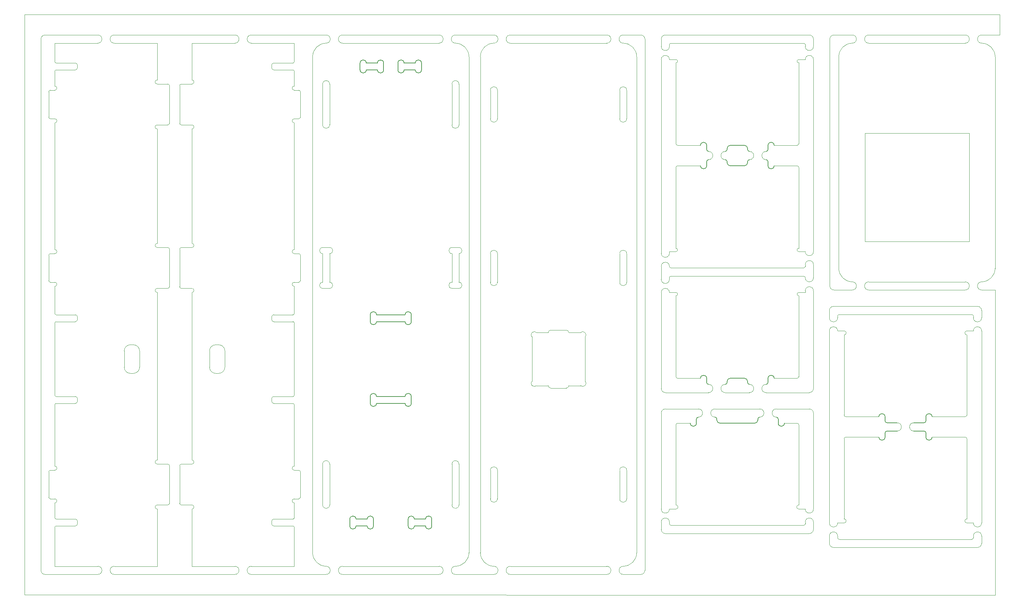
<source format=gm1>
G04 #@! TF.GenerationSoftware,KiCad,Pcbnew,(6.0.0-rc1-dev-509-gcac7479)*
G04 #@! TF.CreationDate,2018-10-23T14:14:01+08:00*
G04 #@! TF.ProjectId,DI-Lambda-UNO-Panelized-v1.7,44492D4C616D6264612D554E4F2D5061,rev?*
G04 #@! TF.SameCoordinates,Original*
G04 #@! TF.FileFunction,Profile,NP*
%FSLAX46Y46*%
G04 Gerber Fmt 4.6, Leading zero omitted, Abs format (unit mm)*
G04 Created by KiCad (PCBNEW (6.0.0-rc1-dev-509-gcac7479)) date Tue Oct 23 14:14:01 2018*
%MOMM*%
%LPD*%
G01*
G04 APERTURE LIST*
%ADD10C,0.100000*%
G04 #@! TA.AperFunction,NonConductor*
%ADD11C,0.150000*%
G04 #@! TD*
G04 #@! TA.AperFunction,NonConductor*
%ADD12C,0.100000*%
G04 #@! TD*
G04 APERTURE END LIST*
D10*
X239900000Y-130900000D02*
G75*
G02X239900000Y-132900000I0J-1000000D01*
G01*
X243900000Y-132900000D02*
G75*
G02X243900000Y-130900000I0J1000000D01*
G01*
X260500000Y-160400000D02*
G75*
G02X259500000Y-161400000I-1000000J0D01*
G01*
X224300000Y-161400000D02*
G75*
G02X223300000Y-160400000I0J1000000D01*
G01*
X260500000Y-160400000D02*
X260500000Y-158600000D01*
X224300000Y-161400000D02*
X259500000Y-161400000D01*
X223300000Y-158600000D02*
X223300000Y-160400000D01*
X258500000Y-158600000D02*
G75*
G02X260500000Y-158600000I1000000J0D01*
G01*
X260500000Y-155400000D02*
G75*
G02X258500000Y-155400000I-1000000J0D01*
G01*
X225300000Y-155400000D02*
G75*
G02X223300000Y-155400000I-1000000J0D01*
G01*
X223300000Y-158600000D02*
G75*
G02X225300000Y-158600000I1000000J0D01*
G01*
X227300000Y-134400000D02*
X235400000Y-134400000D01*
X258500000Y-158600000D02*
X258500000Y-159000000D01*
X258100000Y-159400000D02*
G75*
G03X258500000Y-159000000I0J400000D01*
G01*
X225700000Y-159400000D02*
X258100000Y-159400000D01*
X227300000Y-134400000D02*
G75*
G03X226900000Y-134800000I0J-400000D01*
G01*
X256900000Y-154400000D02*
G75*
G03X256900000Y-155400000I0J-500000D01*
G01*
X256900000Y-134800000D02*
X256900000Y-154400000D01*
X226900000Y-134800000D02*
X226900000Y-154400000D01*
X256500000Y-134400000D02*
X248400000Y-134400000D01*
X256900000Y-155400000D02*
X258500000Y-155400000D01*
X226900000Y-155400000D02*
G75*
G03X226900000Y-154400000I0J500000D01*
G01*
X225300000Y-159000000D02*
X225300000Y-158600000D01*
X256900000Y-134800000D02*
G75*
G03X256500000Y-134400000I-400000J0D01*
G01*
X226900000Y-155400000D02*
X225300000Y-155400000D01*
X225300000Y-159000000D02*
G75*
G03X225700000Y-159400000I400000J0D01*
G01*
X259500000Y-102400000D02*
G75*
G02X260500000Y-103400000I0J-1000000D01*
G01*
X260500000Y-108400000D02*
X260500000Y-155400000D01*
X260500000Y-104800000D02*
X260500000Y-103400000D01*
X260500000Y-105200000D02*
X260500000Y-104800000D01*
X260500000Y-105200000D02*
G75*
G02X258500000Y-105200000I-1000000J0D01*
G01*
X258500000Y-108400000D02*
G75*
G02X260500000Y-108400000I1000000J0D01*
G01*
X223300000Y-103400000D02*
G75*
G02X224300000Y-102400000I1000000J0D01*
G01*
X223300000Y-105200000D02*
X223300000Y-103400000D01*
X225300000Y-105200000D02*
G75*
G02X223300000Y-105200000I-1000000J0D01*
G01*
X223300000Y-108400000D02*
G75*
G02X225300000Y-108400000I1000000J0D01*
G01*
X263800000Y-98400000D02*
X263800000Y-173100000D01*
X260500000Y-98400000D02*
X263800000Y-98400000D01*
X259500000Y-102400000D02*
X224300000Y-102400000D01*
X228900000Y-98400000D02*
X224400000Y-98400000D01*
X256500000Y-96400000D02*
G75*
G02X256500000Y-98400000I0J-1000000D01*
G01*
X232900000Y-98400000D02*
G75*
G02X232900000Y-96400000I0J1000000D01*
G01*
X228900000Y-96400000D02*
G75*
G02X228900000Y-98400000I0J-1000000D01*
G01*
X260500000Y-98400000D02*
G75*
G02X260500000Y-96400000I0J1000000D01*
G01*
X223400000Y-97400000D02*
X223400000Y-37000000D01*
X264900000Y-31000000D02*
X264900000Y-36000000D01*
X223400000Y-37000000D02*
G75*
G02X224400000Y-36000000I1000000J0D01*
G01*
X228900000Y-36000000D02*
X224400000Y-36000000D01*
X264900000Y-36000000D02*
X260500000Y-36000000D01*
X228900000Y-36000000D02*
G75*
G02X228900000Y-38000000I0J-1000000D01*
G01*
X232900000Y-38000000D02*
G75*
G02X232900000Y-36000000I0J1000000D01*
G01*
X256500000Y-36000000D02*
G75*
G02X256500000Y-38000000I0J-1000000D01*
G01*
X260500000Y-38000000D02*
G75*
G02X260500000Y-36000000I0J1000000D01*
G01*
X232900000Y-36000000D02*
X256500000Y-36000000D01*
X224400000Y-98400000D02*
G75*
G02X223400000Y-97400000I0J1000000D01*
G01*
X256500000Y-98400000D02*
X232900000Y-98400000D01*
X30600000Y-37000000D02*
G75*
G02X31600000Y-36000000I1000000J0D01*
G01*
X31600000Y-168000000D02*
G75*
G02X30600000Y-167000000I0J1000000D01*
G01*
X26600000Y-173000000D02*
X26600000Y-31000000D01*
X206300000Y-127500000D02*
G75*
G02X206300000Y-129500000I0J-1000000D01*
G01*
X210300000Y-129500000D02*
G75*
G02X210300000Y-127500000I0J1000000D01*
G01*
X195300000Y-129500000D02*
G75*
G02X195300000Y-127500000I0J1000000D01*
G01*
X191300000Y-127500000D02*
G75*
G02X191300000Y-129500000I0J-1000000D01*
G01*
X203800000Y-64500000D02*
G75*
G02X203800000Y-66500000I0J-1000000D01*
G01*
X207800000Y-66500000D02*
G75*
G02X207800000Y-64500000I0J1000000D01*
G01*
X197800000Y-66500000D02*
G75*
G02X197800000Y-64500000I0J1000000D01*
G01*
X193800000Y-64500000D02*
G75*
G02X193800000Y-66500000I0J-1000000D01*
G01*
X207800000Y-123500000D02*
G75*
G02X207800000Y-121500000I0J1000000D01*
G01*
X203800000Y-121500000D02*
G75*
G02X203800000Y-123500000I0J-1000000D01*
G01*
X197800000Y-123500000D02*
G75*
G02X197800000Y-121500000I0J1000000D01*
G01*
X193800000Y-121500000D02*
G75*
G02X193800000Y-123500000I0J-1000000D01*
G01*
X100300000Y-166000000D02*
G75*
G02X100300000Y-168000000I0J-1000000D01*
G01*
X104300000Y-168000000D02*
G75*
G02X104300000Y-166000000I0J1000000D01*
G01*
X67500000Y-166000000D02*
X78000000Y-166000000D01*
X82000000Y-168000000D02*
G75*
G02X82000000Y-166000000I0J1000000D01*
G01*
X78000000Y-166000000D02*
G75*
G02X78000000Y-168000000I0J-1000000D01*
G01*
X127900000Y-166000000D02*
G75*
G02X127900000Y-168000000I0J-1000000D01*
G01*
X131900000Y-168000000D02*
G75*
G02X131900000Y-166000000I0J1000000D01*
G01*
X145300000Y-168000000D02*
G75*
G02X145300000Y-166000000I0J1000000D01*
G01*
X141300000Y-166000000D02*
G75*
G02X141300000Y-168000000I0J-1000000D01*
G01*
X172900000Y-168000000D02*
G75*
G02X172900000Y-166000000I0J1000000D01*
G01*
X168900000Y-166000000D02*
G75*
G02X168900000Y-168000000I0J-1000000D01*
G01*
X172900000Y-168000000D02*
X177200000Y-168000000D01*
X178200000Y-167000000D02*
G75*
G02X177200000Y-168000000I-1000000J0D01*
G01*
X145300000Y-168000000D02*
X168900000Y-168000000D01*
X131900000Y-168000000D02*
X141300000Y-168000000D01*
X104300000Y-168000000D02*
X127900000Y-168000000D01*
X100300000Y-166000000D02*
G75*
G02X97000000Y-162700000I0J3300000D01*
G01*
X135200000Y-162700000D02*
G75*
G02X131900000Y-166000000I-3300000J0D01*
G01*
X82000000Y-168000000D02*
X100300000Y-168000000D01*
X48500000Y-168000000D02*
X78000000Y-168000000D01*
X26600000Y-173000000D02*
X263800000Y-173100000D01*
X44500000Y-168000000D02*
X31600000Y-168000000D01*
X44500000Y-166000000D02*
X34000000Y-166000000D01*
X44500000Y-166000000D02*
G75*
G02X44500000Y-168000000I0J-1000000D01*
G01*
X48500000Y-168000000D02*
G75*
G02X48500000Y-166000000I0J1000000D01*
G01*
X219400000Y-155200000D02*
X219400000Y-157000000D01*
X219400000Y-157000000D02*
G75*
G02X218400000Y-158000000I-1000000J0D01*
G01*
X182200000Y-155200000D02*
X182200000Y-157000000D01*
X183200000Y-158000000D02*
G75*
G02X182200000Y-157000000I0J1000000D01*
G01*
X183200000Y-158000000D02*
X218400000Y-158000000D01*
X219400000Y-128500000D02*
X219400000Y-152000000D01*
X217400000Y-155200000D02*
G75*
G02X219400000Y-155200000I1000000J0D01*
G01*
X219400000Y-152000000D02*
G75*
G02X217400000Y-152000000I-1000000J0D01*
G01*
X218400000Y-127500000D02*
G75*
G02X219400000Y-128500000I0J-1000000D01*
G01*
X219400000Y-122500000D02*
G75*
G02X218400000Y-123500000I-1000000J0D01*
G01*
X210300000Y-127500000D02*
X218400000Y-127500000D01*
X207800000Y-123500000D02*
X218400000Y-123500000D01*
X219400000Y-98600000D02*
X219400000Y-122500000D01*
X219400000Y-92200000D02*
X219400000Y-95400000D01*
X217400000Y-98600000D02*
G75*
G02X219400000Y-98600000I1000000J0D01*
G01*
X219400000Y-95400000D02*
G75*
G02X217400000Y-95400000I-1000000J0D01*
G01*
X217400000Y-92200000D02*
G75*
G02X219400000Y-92200000I1000000J0D01*
G01*
X219400000Y-89000000D02*
G75*
G02X217400000Y-89000000I-1000000J0D01*
G01*
X219400000Y-42000000D02*
X219400000Y-89000000D01*
X223300000Y-155400000D02*
X223300000Y-108400000D01*
X219400000Y-38800000D02*
G75*
G02X217400000Y-38800000I-1000000J0D01*
G01*
X217400000Y-42000000D02*
G75*
G02X219400000Y-42000000I1000000J0D01*
G01*
X219400000Y-38800000D02*
X219400000Y-37000000D01*
X218400000Y-36000000D02*
G75*
G02X219400000Y-37000000I0J-1000000D01*
G01*
X182200000Y-155200000D02*
G75*
G02X184200000Y-155200000I1000000J0D01*
G01*
X184200000Y-152000000D02*
G75*
G02X182200000Y-152000000I-1000000J0D01*
G01*
X182200000Y-128500000D02*
X182200000Y-152000000D01*
X195300000Y-127500000D02*
X206300000Y-127500000D01*
X197800000Y-123500000D02*
X203800000Y-123500000D01*
X182200000Y-128500000D02*
G75*
G02X183200000Y-127500000I1000000J0D01*
G01*
X183200000Y-127500000D02*
X191300000Y-127500000D01*
X183200000Y-123500000D02*
G75*
G02X182200000Y-122500000I0J1000000D01*
G01*
X183200000Y-123500000D02*
X193800000Y-123500000D01*
X182200000Y-99000000D02*
X182200000Y-122500000D01*
X182200000Y-92600000D02*
X182200000Y-95800000D01*
X182200000Y-99000000D02*
G75*
G02X184200000Y-99000000I1000000J0D01*
G01*
X184200000Y-95800000D02*
G75*
G02X182200000Y-95800000I-1000000J0D01*
G01*
X182200000Y-92600000D02*
G75*
G02X184200000Y-92600000I1000000J0D01*
G01*
X184200000Y-89400000D02*
G75*
G02X182200000Y-89400000I-1000000J0D01*
G01*
X182200000Y-42000000D02*
X182200000Y-89400000D01*
X186200000Y-120000000D02*
X191800000Y-120000000D01*
X185800000Y-99000000D02*
X184200000Y-99000000D01*
X184200000Y-95800000D02*
X184200000Y-95400000D01*
X215400000Y-120000000D02*
X209800000Y-120000000D01*
X185800000Y-119600000D02*
X185800000Y-99800000D01*
X215800000Y-99000000D02*
X217400000Y-99000000D01*
X217000000Y-95000000D02*
X184600000Y-95000000D01*
X215800000Y-119600000D02*
X215800000Y-99800000D01*
X185800000Y-119600000D02*
G75*
G03X186200000Y-120000000I400000J0D01*
G01*
X215400000Y-120000000D02*
G75*
G03X215800000Y-119600000I0J400000D01*
G01*
X184600000Y-95000000D02*
G75*
G03X184200000Y-95400000I0J-400000D01*
G01*
X217400000Y-95400000D02*
G75*
G03X217000000Y-95000000I-400000J0D01*
G01*
X185800000Y-99800000D02*
G75*
G03X185800000Y-99000000I0J400000D01*
G01*
X215800000Y-99000000D02*
G75*
G03X215800000Y-99800000I0J-400000D01*
G01*
X217400000Y-98600000D02*
X217400000Y-99000000D01*
X184200000Y-89400000D02*
X184200000Y-89000000D01*
X186200000Y-68000000D02*
X191800000Y-68000000D01*
X215800000Y-68400000D02*
X215800000Y-88200000D01*
X185800000Y-89000000D02*
X184200000Y-89000000D01*
X184600000Y-93000000D02*
X217000000Y-93000000D01*
X185800000Y-68400000D02*
X185800000Y-88200000D01*
X215800000Y-68400000D02*
G75*
G03X215400000Y-68000000I-400000J0D01*
G01*
X186200000Y-68000000D02*
G75*
G03X185800000Y-68400000I0J-400000D01*
G01*
X217000000Y-93000000D02*
G75*
G03X217400000Y-92600000I0J400000D01*
G01*
X184200000Y-92600000D02*
G75*
G03X184600000Y-93000000I400000J0D01*
G01*
X215800000Y-88200000D02*
G75*
G03X215800000Y-89000000I0J-400000D01*
G01*
X215400000Y-68000000D02*
X209800000Y-68000000D01*
X215800000Y-89000000D02*
X217400000Y-89000000D01*
X217400000Y-92200000D02*
X217400000Y-92600000D01*
X185800000Y-89000000D02*
G75*
G03X185800000Y-88200000I0J400000D01*
G01*
X182200000Y-38800000D02*
X182200000Y-37000000D01*
X178200000Y-37000000D02*
X178200000Y-167000000D01*
X182200000Y-42000000D02*
G75*
G02X184200000Y-42000000I1000000J0D01*
G01*
X184200000Y-38800000D02*
G75*
G02X182200000Y-38800000I-1000000J0D01*
G01*
X183200000Y-36000000D02*
X218400000Y-36000000D01*
X177200000Y-36000000D02*
G75*
G02X178200000Y-37000000I0J-1000000D01*
G01*
X182200000Y-37000000D02*
G75*
G02X183200000Y-36000000I1000000J0D01*
G01*
X217400000Y-38400000D02*
X217400000Y-38800000D01*
X177200000Y-36000000D02*
X172900000Y-36000000D01*
X26600000Y-31000000D02*
X264900000Y-31000000D01*
X30600000Y-167000000D02*
X30600000Y-37000000D01*
X145300000Y-36000000D02*
X168900000Y-36000000D01*
X172900000Y-38000000D02*
G75*
G02X172900000Y-36000000I0J1000000D01*
G01*
X168900000Y-36000000D02*
G75*
G02X168900000Y-38000000I0J-1000000D01*
G01*
X97000000Y-41300000D02*
G75*
G02X100300000Y-38000000I3300000J0D01*
G01*
X131900000Y-38000000D02*
G75*
G02X135200000Y-41300000I0J-3300000D01*
G01*
X131900000Y-36000000D02*
X141300000Y-36000000D01*
X145300000Y-38000000D02*
G75*
G02X145300000Y-36000000I0J1000000D01*
G01*
X141300000Y-36000000D02*
G75*
G02X141300000Y-38000000I0J-1000000D01*
G01*
X104300000Y-36000000D02*
X127900000Y-36000000D01*
X131900000Y-38000000D02*
G75*
G02X131900000Y-36000000I0J1000000D01*
G01*
X127900000Y-36000000D02*
G75*
G02X127900000Y-38000000I0J-1000000D01*
G01*
X100300000Y-36000000D02*
G75*
G02X100300000Y-38000000I0J-1000000D01*
G01*
X104300000Y-38000000D02*
G75*
G02X104300000Y-36000000I0J1000000D01*
G01*
X92500000Y-38000000D02*
X82000000Y-38000000D01*
X82000000Y-36000000D02*
X100300000Y-36000000D01*
X78000000Y-36000000D02*
G75*
G02X78000000Y-38000000I0J-1000000D01*
G01*
X82000000Y-38000000D02*
G75*
G02X82000000Y-36000000I0J1000000D01*
G01*
X48500000Y-36000000D02*
X78000000Y-36000000D01*
X31600000Y-36000000D02*
X44500000Y-36000000D01*
X48500000Y-38000000D02*
G75*
G02X48500000Y-36000000I0J1000000D01*
G01*
X48500000Y-38000000D02*
X59000000Y-38000000D01*
X44500000Y-36000000D02*
G75*
G02X44500000Y-38000000I0J-1000000D01*
G01*
X215400000Y-131000000D02*
X212300000Y-131000000D01*
X215800000Y-152000000D02*
X217400000Y-152000000D01*
X217400000Y-155200000D02*
X217400000Y-155600000D01*
X184200000Y-155600000D02*
X184200000Y-155200000D01*
X186200000Y-131000000D02*
X189300000Y-131000000D01*
X215800000Y-131400000D02*
X215800000Y-151000000D01*
X185800000Y-152000000D02*
X184200000Y-152000000D01*
X184600000Y-156000000D02*
X217000000Y-156000000D01*
X185800000Y-131400000D02*
X185800000Y-151000000D01*
X215800000Y-131400000D02*
G75*
G03X215400000Y-131000000I-400000J0D01*
G01*
X186200000Y-131000000D02*
G75*
G03X185800000Y-131400000I0J-400000D01*
G01*
X217000000Y-156000000D02*
G75*
G03X217400000Y-155600000I0J400000D01*
G01*
X184200000Y-155600000D02*
G75*
G03X184600000Y-156000000I400000J0D01*
G01*
X215800000Y-151000000D02*
G75*
G03X215800000Y-152000000I0J-500000D01*
G01*
X185800000Y-152000000D02*
G75*
G03X185800000Y-151000000I0J500000D01*
G01*
X34000000Y-149500000D02*
G75*
G02X34000000Y-150500000I0J-500000D01*
G01*
X34000000Y-141500000D02*
G75*
G02X34000000Y-142500000I0J-500000D01*
G01*
X34000000Y-96500000D02*
G75*
G02X34000000Y-97500000I0J-500000D01*
G01*
X34000000Y-88500000D02*
G75*
G02X34000000Y-89500000I0J-500000D01*
G01*
X34000000Y-56500000D02*
G75*
G02X34000000Y-57500000I0J-500000D01*
G01*
X34000000Y-48500000D02*
G75*
G02X34000000Y-49500000I0J-500000D01*
G01*
X34000000Y-57500000D02*
X34000000Y-88500000D01*
X59000000Y-141000000D02*
G75*
G02X59000000Y-140000000I0J500000D01*
G01*
X59000000Y-99000000D02*
X59000000Y-140000000D01*
X34000000Y-156450000D02*
G75*
G02X34300000Y-156150000I300000J0D01*
G01*
X34300000Y-154450000D02*
G75*
G02X34000000Y-154150000I0J300000D01*
G01*
X34000000Y-126450000D02*
G75*
G02X34300000Y-126150000I300000J0D01*
G01*
X34300000Y-124450000D02*
G75*
G02X34000000Y-124150000I0J300000D01*
G01*
X34000000Y-106450000D02*
G75*
G02X34300000Y-106150000I300000J0D01*
G01*
X34300000Y-104450000D02*
G75*
G02X34000000Y-104150000I0J300000D01*
G01*
X34300000Y-42850000D02*
G75*
G02X34000000Y-42550000I0J300000D01*
G01*
X34000000Y-44850000D02*
G75*
G02X34300000Y-44550000I300000J0D01*
G01*
X39500000Y-155650000D02*
X39500000Y-154950000D01*
X39000000Y-154450000D02*
G75*
G02X39500000Y-154950000I0J-500000D01*
G01*
X39500000Y-155650000D02*
G75*
G02X39000000Y-156150000I-500000J0D01*
G01*
X39000000Y-124450000D02*
G75*
G02X39500000Y-124950000I0J-500000D01*
G01*
X39500000Y-125650000D02*
G75*
G02X39000000Y-126150000I-500000J0D01*
G01*
X39500000Y-125650000D02*
X39500000Y-124950000D01*
X39000000Y-104450000D02*
G75*
G02X39500000Y-104950000I0J-500000D01*
G01*
X39500000Y-105650000D02*
G75*
G02X39000000Y-106150000I-500000J0D01*
G01*
X39500000Y-105650000D02*
X39500000Y-104950000D01*
X59000000Y-48000000D02*
G75*
G02X59000000Y-47000000I0J500000D01*
G01*
X59000000Y-59000000D02*
G75*
G02X59000000Y-58000000I0J500000D01*
G01*
X59000000Y-88000000D02*
G75*
G02X59000000Y-87000000I0J500000D01*
G01*
X59000000Y-99000000D02*
G75*
G02X59000000Y-98000000I0J500000D01*
G01*
X59000000Y-152000000D02*
G75*
G02X59000000Y-151000000I0J500000D01*
G01*
X39500000Y-44050000D02*
G75*
G02X39000000Y-44550000I-500000J0D01*
G01*
X39000000Y-42850000D02*
G75*
G02X39500000Y-43350000I0J-500000D01*
G01*
X34000000Y-48500000D02*
X34000000Y-44850000D01*
X34000000Y-126450000D02*
X34000000Y-141500000D01*
X34300000Y-104450000D02*
X39000000Y-104450000D01*
X34000000Y-97500000D02*
X34000000Y-104150000D01*
X34300000Y-106150000D02*
X39000000Y-106150000D01*
X34000000Y-124150000D02*
X34000000Y-106450000D01*
X39000000Y-124450000D02*
X34300000Y-124450000D01*
X34300000Y-126150000D02*
X39000000Y-126150000D01*
X34000000Y-154150000D02*
X34000000Y-150500000D01*
X39000000Y-154450000D02*
X34300000Y-154450000D01*
X34300000Y-156150000D02*
X39000000Y-156150000D01*
X34000000Y-166000000D02*
X34000000Y-156450000D01*
X59000000Y-166000000D02*
X48500000Y-166000000D01*
X59000000Y-152000000D02*
X59000000Y-166000000D01*
X59000000Y-59000000D02*
X59000000Y-87000000D01*
X59000000Y-38000000D02*
X59000000Y-47000000D01*
X34000000Y-38000000D02*
X44500000Y-38000000D01*
X34000000Y-42550000D02*
X34000000Y-38000000D01*
X39000000Y-42850000D02*
X34300000Y-42850000D01*
X39500000Y-44050000D02*
X39500000Y-43350000D01*
X34300000Y-44550000D02*
X39000000Y-44550000D01*
X92500000Y-149500000D02*
G75*
G03X92500000Y-150500000I0J-500000D01*
G01*
X92500000Y-141500000D02*
G75*
G03X92500000Y-142500000I0J-500000D01*
G01*
X92500000Y-96500000D02*
G75*
G03X92500000Y-97500000I0J-500000D01*
G01*
X92500000Y-88500000D02*
G75*
G03X92500000Y-89500000I0J-500000D01*
G01*
X92500000Y-56500000D02*
G75*
G03X92500000Y-57500000I0J-500000D01*
G01*
X92500000Y-48500000D02*
G75*
G03X92500000Y-49500000I0J-500000D01*
G01*
X92500000Y-57500000D02*
X92500000Y-88500000D01*
X67500000Y-141000000D02*
G75*
G03X67500000Y-140000000I0J500000D01*
G01*
X67500000Y-99000000D02*
X67500000Y-140000000D01*
X92500000Y-156450000D02*
G75*
G03X92200000Y-156150000I-300000J0D01*
G01*
X92200000Y-154450000D02*
G75*
G03X92500000Y-154150000I0J300000D01*
G01*
X92500000Y-126450000D02*
G75*
G03X92200000Y-126150000I-300000J0D01*
G01*
X92200000Y-124450000D02*
G75*
G03X92500000Y-124150000I0J300000D01*
G01*
X92500000Y-106450000D02*
G75*
G03X92200000Y-106150000I-300000J0D01*
G01*
X92200000Y-104450000D02*
G75*
G03X92500000Y-104150000I0J300000D01*
G01*
X92200000Y-42850000D02*
G75*
G03X92500000Y-42550000I0J300000D01*
G01*
X92500000Y-44850000D02*
G75*
G03X92200000Y-44550000I-300000J0D01*
G01*
X87000000Y-155650000D02*
X87000000Y-154950000D01*
X87500000Y-154450000D02*
G75*
G03X87000000Y-154950000I0J-500000D01*
G01*
X87000000Y-155650000D02*
G75*
G03X87500000Y-156150000I500000J0D01*
G01*
X87500000Y-124450000D02*
G75*
G03X87000000Y-124950000I0J-500000D01*
G01*
X87000000Y-125650000D02*
G75*
G03X87500000Y-126150000I500000J0D01*
G01*
X87000000Y-125650000D02*
X87000000Y-124950000D01*
X87500000Y-104450000D02*
G75*
G03X87000000Y-104950000I0J-500000D01*
G01*
X87000000Y-105650000D02*
G75*
G03X87500000Y-106150000I500000J0D01*
G01*
X87000000Y-105650000D02*
X87000000Y-104950000D01*
X67500000Y-48000000D02*
G75*
G03X67500000Y-47000000I0J500000D01*
G01*
X67500000Y-59000000D02*
G75*
G03X67500000Y-58000000I0J500000D01*
G01*
X67500000Y-88000000D02*
G75*
G03X67500000Y-87000000I0J500000D01*
G01*
X67500000Y-99000000D02*
G75*
G03X67500000Y-98000000I0J500000D01*
G01*
X67500000Y-152000000D02*
G75*
G03X67500000Y-151000000I0J500000D01*
G01*
X87000000Y-44050000D02*
G75*
G03X87500000Y-44550000I500000J0D01*
G01*
X87500000Y-42850000D02*
G75*
G03X87000000Y-43350000I0J-500000D01*
G01*
X92500000Y-48500000D02*
X92500000Y-44850000D01*
X92500000Y-126450000D02*
X92500000Y-141500000D01*
X92200000Y-104450000D02*
X87500000Y-104450000D01*
X92500000Y-97500000D02*
X92500000Y-104150000D01*
X92200000Y-106150000D02*
X87500000Y-106150000D01*
X92500000Y-124150000D02*
X92500000Y-106450000D01*
X87500000Y-124450000D02*
X92200000Y-124450000D01*
X92200000Y-126150000D02*
X87500000Y-126150000D01*
X92500000Y-154150000D02*
X92500000Y-150500000D01*
X87500000Y-154450000D02*
X92200000Y-154450000D01*
X92200000Y-156150000D02*
X87500000Y-156150000D01*
X92500000Y-166000000D02*
X92500000Y-156450000D01*
X82000000Y-166000000D02*
X92500000Y-166000000D01*
X67500000Y-152000000D02*
X67500000Y-166000000D01*
X67500000Y-59000000D02*
X67500000Y-87000000D01*
X67500000Y-38000000D02*
X67500000Y-47000000D01*
X78000000Y-38000000D02*
X67500000Y-38000000D01*
X92500000Y-42550000D02*
X92500000Y-38000000D01*
X87500000Y-42850000D02*
X92200000Y-42850000D01*
X87000000Y-44050000D02*
X87000000Y-43350000D01*
X92200000Y-44550000D02*
X87500000Y-44550000D01*
X135200000Y-41300000D02*
X135200000Y-162700000D01*
X104300000Y-38000000D02*
X127900000Y-38000000D01*
X97000000Y-162700000D02*
X97000000Y-41300000D01*
X127900000Y-166000000D02*
X104300000Y-166000000D01*
X176200000Y-162700000D02*
G75*
G02X172900000Y-166000000I-3300000J0D01*
G01*
X141300000Y-166000000D02*
G75*
G02X138000000Y-162700000I0J3300000D01*
G01*
X172900000Y-38000000D02*
G75*
G02X176200000Y-41300000I0J-3300000D01*
G01*
X138000000Y-41300000D02*
G75*
G02X141300000Y-38000000I3300000J0D01*
G01*
X176200000Y-41300000D02*
X176200000Y-162700000D01*
X145300000Y-38000000D02*
X168900000Y-38000000D01*
X138000000Y-162700000D02*
X138000000Y-41300000D01*
X168900000Y-166000000D02*
X145300000Y-166000000D01*
X215800000Y-42000000D02*
G75*
G03X215800000Y-42800000I0J-400000D01*
G01*
X185800000Y-42800000D02*
G75*
G03X185800000Y-42000000I0J400000D01*
G01*
X217400000Y-38400000D02*
G75*
G03X217000000Y-38000000I-400000J0D01*
G01*
X184600000Y-38000000D02*
G75*
G03X184200000Y-38400000I0J-400000D01*
G01*
X215400000Y-63000000D02*
G75*
G03X215800000Y-62600000I0J400000D01*
G01*
X185800000Y-62600000D02*
G75*
G03X186200000Y-63000000I400000J0D01*
G01*
X215800000Y-62600000D02*
X215800000Y-42800000D01*
X217000000Y-38000000D02*
X184600000Y-38000000D01*
X215800000Y-42000000D02*
X217400000Y-42000000D01*
X185800000Y-62600000D02*
X185800000Y-42800000D01*
X215400000Y-63000000D02*
X209800000Y-63000000D01*
X184200000Y-38800000D02*
X184200000Y-38400000D01*
X185800000Y-42000000D02*
X184200000Y-42000000D01*
X186200000Y-63000000D02*
X191800000Y-63000000D01*
X263800000Y-93100000D02*
G75*
G02X260500000Y-96400000I-3300000J0D01*
G01*
X228900000Y-96400000D02*
G75*
G02X225600000Y-93100000I0J3300000D01*
G01*
X260500000Y-38000000D02*
G75*
G02X263800000Y-41300000I0J-3300000D01*
G01*
X225600000Y-41300000D02*
G75*
G02X228900000Y-38000000I3300000J0D01*
G01*
X263800000Y-41300000D02*
X263800000Y-93100000D01*
X232900000Y-38000000D02*
X256500000Y-38000000D01*
X225600000Y-93100000D02*
X225600000Y-41300000D01*
X256500000Y-96400000D02*
X232900000Y-96400000D01*
X256900000Y-108400000D02*
G75*
G03X256900000Y-109400000I0J-500000D01*
G01*
X226900000Y-109400000D02*
G75*
G03X226900000Y-108400000I0J500000D01*
G01*
X258500000Y-104800000D02*
G75*
G03X258100000Y-104400000I-400000J0D01*
G01*
X225700000Y-104400000D02*
G75*
G03X225300000Y-104800000I0J-400000D01*
G01*
X256500000Y-129400000D02*
G75*
G03X256900000Y-129000000I0J400000D01*
G01*
X226900000Y-129000000D02*
G75*
G03X227300000Y-129400000I400000J0D01*
G01*
X256900000Y-129000000D02*
X256900000Y-109400000D01*
X258100000Y-104400000D02*
X225700000Y-104400000D01*
X256900000Y-108400000D02*
X258500000Y-108400000D01*
X226900000Y-129000000D02*
X226900000Y-109400000D01*
X256500000Y-129400000D02*
X248400000Y-129400000D01*
X258500000Y-104800000D02*
X258500000Y-105200000D01*
X225300000Y-105200000D02*
X225300000Y-104800000D01*
X226900000Y-108400000D02*
X225300000Y-108400000D01*
X227300000Y-129400000D02*
X235400000Y-129400000D01*
D11*
G04 #@! TO.C,MK2*
X239900000Y-132900000D02*
X237400000Y-132900000D01*
X236900000Y-134400000D02*
G75*
G02X235400000Y-134400000I-750000J0D01*
G01*
X248400000Y-134400000D02*
G75*
G02X246900000Y-134400000I-750000J0D01*
G01*
X236900000Y-133400000D02*
G75*
G02X237400000Y-132900000I500000J0D01*
G01*
X246400000Y-132900000D02*
G75*
G02X246900000Y-133400000I0J-500000D01*
G01*
X246900000Y-133400000D02*
X246900000Y-134400000D01*
X236900000Y-133400000D02*
X236900000Y-134400000D01*
X246400000Y-132900000D02*
X243900000Y-132900000D01*
X243900000Y-130900000D02*
X246400000Y-130900000D01*
X246900000Y-129400000D02*
G75*
G02X248400000Y-129400000I750000J0D01*
G01*
X235400000Y-129400000D02*
G75*
G02X236900000Y-129400000I750000J0D01*
G01*
X246900000Y-130400000D02*
G75*
G02X246400000Y-130900000I-500000J0D01*
G01*
X237400000Y-130900000D02*
G75*
G02X236900000Y-130400000I0J500000D01*
G01*
X236900000Y-130400000D02*
X236900000Y-129400000D01*
X246900000Y-130400000D02*
X246900000Y-129400000D01*
X237400000Y-130900000D02*
X239900000Y-130900000D01*
G04 #@! TO.C,MK501*
X196550000Y-131000000D02*
G75*
G02X195800000Y-130250000I0J750000D01*
G01*
X190800000Y-131000000D02*
G75*
G02X189300000Y-131000000I-750000J0D01*
G01*
X190800000Y-130000000D02*
X190800000Y-131000000D01*
X205800000Y-130000000D02*
G75*
G02X206300000Y-129500000I500000J0D01*
G01*
X195300000Y-129500000D02*
G75*
G02X195800000Y-130000000I0J-500000D01*
G01*
X210800000Y-130000000D02*
X210800000Y-131000000D01*
X205800000Y-130250000D02*
G75*
G02X205050000Y-131000000I-750000J0D01*
G01*
X205800000Y-130000000D02*
X205800000Y-130250000D01*
X205050000Y-131000000D02*
X196550000Y-131000000D01*
X195800000Y-130250000D02*
X195800000Y-130000000D01*
X190800000Y-130000000D02*
G75*
G02X191300000Y-129500000I500000J0D01*
G01*
X210300000Y-129500000D02*
G75*
G02X210800000Y-130000000I0J-500000D01*
G01*
X212300000Y-131000000D02*
G75*
G02X210800000Y-131000000I-750000J0D01*
G01*
G04 #@! TO.C,MK601*
X198300000Y-121000000D02*
X198300000Y-120750000D01*
X203300000Y-120750000D02*
X203300000Y-121000000D01*
X193300000Y-121000000D02*
X193300000Y-120000000D01*
X208300000Y-121000000D02*
X208300000Y-120000000D01*
X193800000Y-121500000D02*
G75*
G02X193300000Y-121000000I0J500000D01*
G01*
X198300000Y-121000000D02*
G75*
G02X197800000Y-121500000I-500000J0D01*
G01*
X203800000Y-121500000D02*
G75*
G02X203300000Y-121000000I0J500000D01*
G01*
X208300000Y-121000000D02*
G75*
G02X207800000Y-121500000I-500000J0D01*
G01*
X199050000Y-120000000D02*
X202550000Y-120000000D01*
X191800000Y-120000000D02*
G75*
G02X193300000Y-120000000I750000J0D01*
G01*
X208300000Y-120000000D02*
G75*
G02X209800000Y-120000000I750000J0D01*
G01*
X202550000Y-120000000D02*
G75*
G02X203300000Y-120750000I0J-750000D01*
G01*
X198300000Y-120750000D02*
G75*
G02X199050000Y-120000000I750000J0D01*
G01*
X203300000Y-67000000D02*
X203300000Y-67250000D01*
X198300000Y-67250000D02*
X198300000Y-67000000D01*
X208300000Y-67000000D02*
X208300000Y-68000000D01*
X193300000Y-67000000D02*
X193300000Y-68000000D01*
X207800000Y-66500000D02*
G75*
G02X208300000Y-67000000I0J-500000D01*
G01*
X203300000Y-67000000D02*
G75*
G02X203800000Y-66500000I500000J0D01*
G01*
X197800000Y-66500000D02*
G75*
G02X198300000Y-67000000I0J-500000D01*
G01*
X193300000Y-67000000D02*
G75*
G02X193800000Y-66500000I500000J0D01*
G01*
X202550000Y-68000000D02*
X199050000Y-68000000D01*
X209800000Y-68000000D02*
G75*
G02X208300000Y-68000000I-750000J0D01*
G01*
X193300000Y-68000000D02*
G75*
G02X191800000Y-68000000I-750000J0D01*
G01*
X199050000Y-68000000D02*
G75*
G02X198300000Y-67250000I0J750000D01*
G01*
X203300000Y-67250000D02*
G75*
G02X202550000Y-68000000I-750000J0D01*
G01*
X198300000Y-64000000D02*
X198300000Y-63750000D01*
X203300000Y-63750000D02*
X203300000Y-64000000D01*
X193300000Y-64000000D02*
X193300000Y-63000000D01*
X208300000Y-64000000D02*
X208300000Y-63000000D01*
X193800000Y-64500000D02*
G75*
G02X193300000Y-64000000I0J500000D01*
G01*
X198300000Y-64000000D02*
G75*
G02X197800000Y-64500000I-500000J0D01*
G01*
X203800000Y-64500000D02*
G75*
G02X203300000Y-64000000I0J500000D01*
G01*
X208300000Y-64000000D02*
G75*
G02X207800000Y-64500000I-500000J0D01*
G01*
X199050000Y-63000000D02*
X202550000Y-63000000D01*
X191800000Y-63000000D02*
G75*
G02X193300000Y-63000000I750000J0D01*
G01*
X208300000Y-63000000D02*
G75*
G02X209800000Y-63000000I750000J0D01*
G01*
X202550000Y-63000000D02*
G75*
G02X203300000Y-63750000I0J-750000D01*
G01*
X198300000Y-63750000D02*
G75*
G02X199050000Y-63000000I750000J0D01*
G01*
D12*
G04 #@! TO.C,MK404*
X53200000Y-118800000D02*
X52450000Y-118800000D01*
X53200000Y-111800000D02*
X52450000Y-111800000D01*
X50950000Y-117300000D02*
G75*
G03X52450000Y-118800000I1500000J0D01*
G01*
X53200000Y-118800000D02*
G75*
G03X54700000Y-117300000I0J1500000D01*
G01*
X52450000Y-111800000D02*
G75*
G03X50950000Y-113300000I0J-1500000D01*
G01*
X54700000Y-113300000D02*
G75*
G03X53200000Y-111800000I-1500000J0D01*
G01*
X54700000Y-113300000D02*
X54700000Y-117300000D01*
X50950000Y-113300000D02*
X50950000Y-117300000D01*
G04 #@! TO.C,MK403*
X32500000Y-149100000D02*
G75*
G03X32900000Y-149500000I400000J0D01*
G01*
X32900000Y-142500000D02*
G75*
G03X32500000Y-142900000I0J-400000D01*
G01*
X32900000Y-149500000D02*
X34000000Y-149500000D01*
X32900000Y-142500000D02*
X34000000Y-142500000D01*
X32500000Y-149100000D02*
X32500000Y-142900000D01*
G04 #@! TO.C,MK402*
X32500000Y-56100000D02*
G75*
G03X32900000Y-56500000I400000J0D01*
G01*
X32900000Y-49500000D02*
G75*
G03X32500000Y-49900000I0J-400000D01*
G01*
X32900000Y-56500000D02*
X34000000Y-56500000D01*
X32900000Y-49500000D02*
X34000000Y-49500000D01*
X32500000Y-56100000D02*
X32500000Y-49900000D01*
G04 #@! TO.C,MK401*
X32500000Y-96100000D02*
G75*
G03X32900000Y-96500000I400000J0D01*
G01*
X32900000Y-89500000D02*
G75*
G03X32500000Y-89900000I0J-400000D01*
G01*
X32900000Y-96500000D02*
X34000000Y-96500000D01*
X32900000Y-89500000D02*
X34000000Y-89500000D01*
X32500000Y-96100000D02*
X32500000Y-89900000D01*
G04 #@! TO.C,P405*
X62000000Y-88400000D02*
G75*
G03X61600000Y-88000000I-400000J0D01*
G01*
X61600000Y-98000000D02*
G75*
G03X62000000Y-97600000I0J400000D01*
G01*
X61600000Y-88000000D02*
X59000000Y-88000000D01*
X61600000Y-98000000D02*
X59000000Y-98000000D01*
X62000000Y-88400000D02*
X62000000Y-97600000D01*
G04 #@! TO.C,P406*
X62000000Y-141400000D02*
G75*
G03X61600000Y-141000000I-400000J0D01*
G01*
X61600000Y-151000000D02*
G75*
G03X62000000Y-150600000I0J400000D01*
G01*
X61600000Y-141000000D02*
X59000000Y-141000000D01*
X61600000Y-151000000D02*
X59000000Y-151000000D01*
X62000000Y-141400000D02*
X62000000Y-150600000D01*
G04 #@! TO.C,P404*
X62000000Y-48400000D02*
G75*
G03X61600000Y-48000000I-400000J0D01*
G01*
X61600000Y-58000000D02*
G75*
G03X62000000Y-57600000I0J400000D01*
G01*
X61600000Y-48000000D02*
X59000000Y-48000000D01*
X61600000Y-58000000D02*
X59000000Y-58000000D01*
X62000000Y-48400000D02*
X62000000Y-57600000D01*
G04 #@! TO.C,MK304*
X73300000Y-118800000D02*
X74050000Y-118800000D01*
X73300000Y-111800000D02*
X74050000Y-111800000D01*
X75550000Y-117300000D02*
G75*
G02X74050000Y-118800000I-1500000J0D01*
G01*
X73300000Y-118800000D02*
G75*
G02X71800000Y-117300000I0J1500000D01*
G01*
X74050000Y-111800000D02*
G75*
G02X75550000Y-113300000I0J-1500000D01*
G01*
X71800000Y-113300000D02*
G75*
G02X73300000Y-111800000I1500000J0D01*
G01*
X71800000Y-113300000D02*
X71800000Y-117300000D01*
X75550000Y-113300000D02*
X75550000Y-117300000D01*
G04 #@! TO.C,MK303*
X94000000Y-149100000D02*
G75*
G02X93600000Y-149500000I-400000J0D01*
G01*
X93600000Y-142500000D02*
G75*
G02X94000000Y-142900000I0J-400000D01*
G01*
X93600000Y-149500000D02*
X92500000Y-149500000D01*
X93600000Y-142500000D02*
X92500000Y-142500000D01*
X94000000Y-149100000D02*
X94000000Y-142900000D01*
G04 #@! TO.C,MK302*
X94000000Y-56100000D02*
G75*
G02X93600000Y-56500000I-400000J0D01*
G01*
X93600000Y-49500000D02*
G75*
G02X94000000Y-49900000I0J-400000D01*
G01*
X93600000Y-56500000D02*
X92500000Y-56500000D01*
X93600000Y-49500000D02*
X92500000Y-49500000D01*
X94000000Y-56100000D02*
X94000000Y-49900000D01*
G04 #@! TO.C,MK301*
X94000000Y-96100000D02*
G75*
G02X93600000Y-96500000I-400000J0D01*
G01*
X93600000Y-89500000D02*
G75*
G02X94000000Y-89900000I0J-400000D01*
G01*
X93600000Y-96500000D02*
X92500000Y-96500000D01*
X93600000Y-89500000D02*
X92500000Y-89500000D01*
X94000000Y-96100000D02*
X94000000Y-89900000D01*
G04 #@! TO.C,P305*
X64500000Y-88400000D02*
G75*
G02X64900000Y-88000000I400000J0D01*
G01*
X64900000Y-98000000D02*
G75*
G02X64500000Y-97600000I0J400000D01*
G01*
X64900000Y-88000000D02*
X67500000Y-88000000D01*
X64900000Y-98000000D02*
X67500000Y-98000000D01*
X64500000Y-88400000D02*
X64500000Y-97600000D01*
G04 #@! TO.C,P306*
X64500000Y-141400000D02*
G75*
G02X64900000Y-141000000I400000J0D01*
G01*
X64900000Y-151000000D02*
G75*
G02X64500000Y-150600000I0J400000D01*
G01*
X64900000Y-141000000D02*
X67500000Y-141000000D01*
X64900000Y-151000000D02*
X67500000Y-151000000D01*
X64500000Y-141400000D02*
X64500000Y-150600000D01*
G04 #@! TO.C,P304*
X64500000Y-48400000D02*
G75*
G02X64900000Y-48000000I400000J0D01*
G01*
X64900000Y-58000000D02*
G75*
G02X64500000Y-57600000I0J400000D01*
G01*
X64900000Y-48000000D02*
X67500000Y-48000000D01*
X64900000Y-58000000D02*
X67500000Y-58000000D01*
X64500000Y-48400000D02*
X64500000Y-57600000D01*
G04 #@! TO.C,J111*
X131050000Y-48000000D02*
X131050000Y-58000000D01*
X132750000Y-48000000D02*
X132750000Y-58000000D01*
X132748691Y-48047150D02*
G75*
G03X131050000Y-48000000I-848691J47150D01*
G01*
X131050000Y-58000000D02*
G75*
G03X132750000Y-58000000I850000J0D01*
G01*
G04 #@! TO.C,J103*
X99450000Y-48000000D02*
X99450000Y-58000000D01*
X101150000Y-48000000D02*
X101150000Y-58000000D01*
X101148691Y-48047150D02*
G75*
G03X99450000Y-48000000I-848691J47150D01*
G01*
X99450000Y-58000000D02*
G75*
G03X101150000Y-58000000I850000J0D01*
G01*
G04 #@! TO.C,J104*
X131050000Y-141000000D02*
X131050000Y-151000000D01*
X132750000Y-141000000D02*
X132750000Y-151000000D01*
X132748691Y-141047150D02*
G75*
G03X131050000Y-141000000I-848691J47150D01*
G01*
X131050000Y-151000000D02*
G75*
G03X132750000Y-151000000I850000J0D01*
G01*
G04 #@! TO.C,J110*
X99450000Y-141000000D02*
X99450000Y-151000000D01*
X101150000Y-141000000D02*
X101150000Y-151000000D01*
X101148691Y-141047150D02*
G75*
G03X99450000Y-141000000I-848691J47150D01*
G01*
X99450000Y-151000000D02*
G75*
G03X101150000Y-151000000I850000J0D01*
G01*
G04 #@! TO.C,J108*
X131050000Y-96500000D02*
G75*
G03X131050000Y-98000000I0J-750000D01*
G01*
X132750000Y-98000000D02*
G75*
G03X132750000Y-96500000I0J750000D01*
G01*
X132750000Y-89500000D02*
G75*
G03X132750000Y-88000000I0J750000D01*
G01*
X131050000Y-88000000D02*
G75*
G03X131050000Y-89500000I0J-750000D01*
G01*
X131050000Y-98000000D02*
X132750000Y-98000000D01*
X131050000Y-88000000D02*
X132750000Y-88000000D01*
X132750000Y-89500000D02*
X132750000Y-96500000D01*
X131050000Y-89500000D02*
X131050000Y-96500000D01*
G04 #@! TO.C,J109*
X99450000Y-96500000D02*
G75*
G03X99450000Y-98000000I0J-750000D01*
G01*
X101150000Y-98000000D02*
G75*
G03X101150000Y-96500000I0J750000D01*
G01*
X101150000Y-89500000D02*
G75*
G03X101150000Y-88000000I0J750000D01*
G01*
X99450000Y-88000000D02*
G75*
G03X99450000Y-89500000I0J-750000D01*
G01*
X99450000Y-98000000D02*
X101150000Y-98000000D01*
X99450000Y-88000000D02*
X101150000Y-88000000D01*
X101150000Y-89500000D02*
X101150000Y-96500000D01*
X99450000Y-89500000D02*
X99450000Y-96500000D01*
D11*
G04 #@! TO.C,MK103*
X112600000Y-106150000D02*
G75*
G02X111100000Y-106150000I-750000J0D01*
G01*
X121100000Y-106150000D02*
G75*
G02X119600000Y-106150000I-750000J0D01*
G01*
X111100000Y-104450000D02*
G75*
G02X112600000Y-104450000I750000J0D01*
G01*
X112600000Y-104450000D02*
X119600000Y-104450000D01*
X112600000Y-106150000D02*
X119600000Y-106150000D01*
X119600000Y-104450000D02*
G75*
G02X121100000Y-104450000I750000J0D01*
G01*
X111100000Y-104450000D02*
X111100000Y-106150000D01*
X121100000Y-104450000D02*
X121100000Y-106150000D01*
G04 #@! TO.C,MK101*
X108600000Y-42850000D02*
X108600000Y-44550000D01*
X110100000Y-42850000D02*
X112850000Y-42850000D01*
X108600000Y-42850000D02*
G75*
G02X110100000Y-42850000I750000J0D01*
G01*
X110100000Y-44550000D02*
G75*
G02X108600000Y-44550000I-750000J0D01*
G01*
X110100000Y-44550000D02*
X112850000Y-44550000D01*
X123600000Y-44550000D02*
X123600000Y-42850000D01*
X123600000Y-44550000D02*
G75*
G02X122100000Y-44550000I-750000J0D01*
G01*
X122100000Y-44550000D02*
X119350000Y-44550000D01*
X122100000Y-42850000D02*
G75*
G02X123600000Y-42850000I750000J0D01*
G01*
X122100000Y-42850000D02*
X119350000Y-42850000D01*
X112850000Y-42850000D02*
G75*
G02X114350000Y-42850000I750000J0D01*
G01*
X114350000Y-44550000D02*
G75*
G02X112850000Y-44550000I-750000J0D01*
G01*
X114350000Y-42850000D02*
X114350000Y-44550000D01*
X117850000Y-42850000D02*
G75*
G02X119350000Y-42850000I750000J0D01*
G01*
X119350000Y-44550000D02*
G75*
G02X117850000Y-44550000I-750000J0D01*
G01*
X117850000Y-42850000D02*
X117850000Y-44550000D01*
G04 #@! TO.C,MK102*
X112600000Y-126150000D02*
G75*
G02X111100000Y-126150000I-750000J0D01*
G01*
X121100000Y-126150000D02*
G75*
G02X119600000Y-126150000I-750000J0D01*
G01*
X111100000Y-124450000D02*
G75*
G02X112600000Y-124450000I750000J0D01*
G01*
X112600000Y-124450000D02*
X119600000Y-124450000D01*
X112600000Y-126150000D02*
X119600000Y-126150000D01*
X119600000Y-124450000D02*
G75*
G02X121100000Y-124450000I750000J0D01*
G01*
X111100000Y-124450000D02*
X111100000Y-126150000D01*
X121100000Y-124450000D02*
X121100000Y-126150000D01*
G04 #@! TO.C,MK104*
X126100000Y-156150000D02*
G75*
G02X124600000Y-156150000I-750000J0D01*
G01*
X110350000Y-154450000D02*
G75*
G02X111850000Y-154450000I750000J0D01*
G01*
X124600000Y-156150000D02*
X121850000Y-156150000D01*
X106100000Y-154450000D02*
X106100000Y-156150000D01*
X111850000Y-154450000D02*
X111850000Y-156150000D01*
X121850000Y-156150000D02*
G75*
G02X120350000Y-156150000I-750000J0D01*
G01*
X106100000Y-154450000D02*
G75*
G02X107600000Y-154450000I750000J0D01*
G01*
X126100000Y-156100000D02*
X126100000Y-154450000D01*
X107600000Y-154450000D02*
X110350000Y-154450000D01*
X120350000Y-154450000D02*
X120350000Y-156150000D01*
X124600000Y-154450000D02*
G75*
G02X126100000Y-154450000I750000J0D01*
G01*
X120350000Y-154450000D02*
G75*
G02X121850000Y-154450000I750000J0D01*
G01*
X107600000Y-156150000D02*
G75*
G02X106100000Y-156150000I-750000J0D01*
G01*
X124600000Y-154450000D02*
X121850000Y-154450000D01*
X111850000Y-156150000D02*
G75*
G02X110350000Y-156150000I-750000J0D01*
G01*
X107600000Y-156150000D02*
X110350000Y-156150000D01*
D12*
G04 #@! TO.C,MK206*
X163600000Y-120750000D02*
G75*
G02X162550000Y-121800000I-550000J-500000D01*
G01*
X162550000Y-108800000D02*
G75*
G02X163600000Y-109850000I500000J-550000D01*
G01*
X150600000Y-109850000D02*
G75*
G02X151650000Y-108800000I550000J500000D01*
G01*
X151650000Y-121800000D02*
G75*
G02X150600000Y-120750000I-500000J550000D01*
G01*
X162550000Y-121800000D02*
X159600000Y-121800000D01*
X159600000Y-121800000D02*
G75*
G02X159000000Y-122400000I-600000J0D01*
G01*
X155200000Y-122400000D02*
G75*
G02X154600000Y-121800000I0J600000D01*
G01*
X159000000Y-122400000D02*
X155200000Y-122400000D01*
X159000000Y-108200000D02*
G75*
G02X159600000Y-108800000I0J-600000D01*
G01*
X154600000Y-108800000D02*
G75*
G02X155200000Y-108200000I600000J0D01*
G01*
X159600000Y-108800000D02*
X162550000Y-108800000D01*
X155200000Y-108200000D02*
X159000000Y-108200000D01*
X151650000Y-108800000D02*
X154600000Y-108800000D01*
X163600000Y-109850000D02*
X163600000Y-120750000D01*
X154600000Y-121800000D02*
X151650000Y-121800000D01*
X150600000Y-120750000D02*
X150600000Y-109850000D01*
G04 #@! TO.C,J201*
X140450000Y-56500000D02*
G75*
G03X142150000Y-56500000I850000J0D01*
G01*
X142150000Y-49500000D02*
G75*
G03X140450000Y-49500000I-850000J0D01*
G01*
X142150000Y-49500000D02*
X142150000Y-56500000D01*
X140450000Y-49500000D02*
X140450000Y-56500000D01*
G04 #@! TO.C,J209*
X140450000Y-149500000D02*
G75*
G03X142150000Y-149500000I850000J0D01*
G01*
X142150000Y-142500000D02*
G75*
G03X140450000Y-142500000I-850000J0D01*
G01*
X142150000Y-142500000D02*
X142150000Y-149500000D01*
X140450000Y-142500000D02*
X140450000Y-149500000D01*
G04 #@! TO.C,J206*
X140450000Y-96500000D02*
G75*
G03X142150000Y-96500000I850000J0D01*
G01*
X142150000Y-89500000D02*
G75*
G03X140450000Y-89500000I-850000J0D01*
G01*
X142150000Y-89500000D02*
X142150000Y-96500000D01*
X140450000Y-89500000D02*
X140450000Y-96500000D01*
G04 #@! TO.C,J205*
X172050000Y-96500000D02*
G75*
G03X173750000Y-96500000I850000J0D01*
G01*
X173750000Y-89500000D02*
G75*
G03X172050000Y-89500000I-850000J0D01*
G01*
X173750000Y-89500000D02*
X173750000Y-96500000D01*
X172050000Y-89500000D02*
X172050000Y-96500000D01*
G04 #@! TO.C,J202*
X172050000Y-149500000D02*
G75*
G03X173750000Y-149500000I850000J0D01*
G01*
X173750000Y-142500000D02*
G75*
G03X172050000Y-142500000I-850000J0D01*
G01*
X173750000Y-142500000D02*
X173750000Y-149500000D01*
X172050000Y-142500000D02*
X172050000Y-149500000D01*
G04 #@! TO.C,J210*
X172050000Y-56500000D02*
G75*
G03X173750000Y-56500000I850000J0D01*
G01*
X173750000Y-49500000D02*
G75*
G03X172050000Y-49500000I-850000J0D01*
G01*
X173750000Y-49500000D02*
X173750000Y-56500000D01*
X172050000Y-49500000D02*
X172050000Y-56500000D01*
G04 #@! TO.C,U1*
X232000000Y-60000000D02*
X232000000Y-86500000D01*
X257500000Y-60000000D02*
X232000000Y-60000000D01*
X257500000Y-86500000D02*
X257500000Y-60000000D01*
X232000000Y-86500000D02*
X257500000Y-86500000D01*
G04 #@! TD*
M02*

</source>
